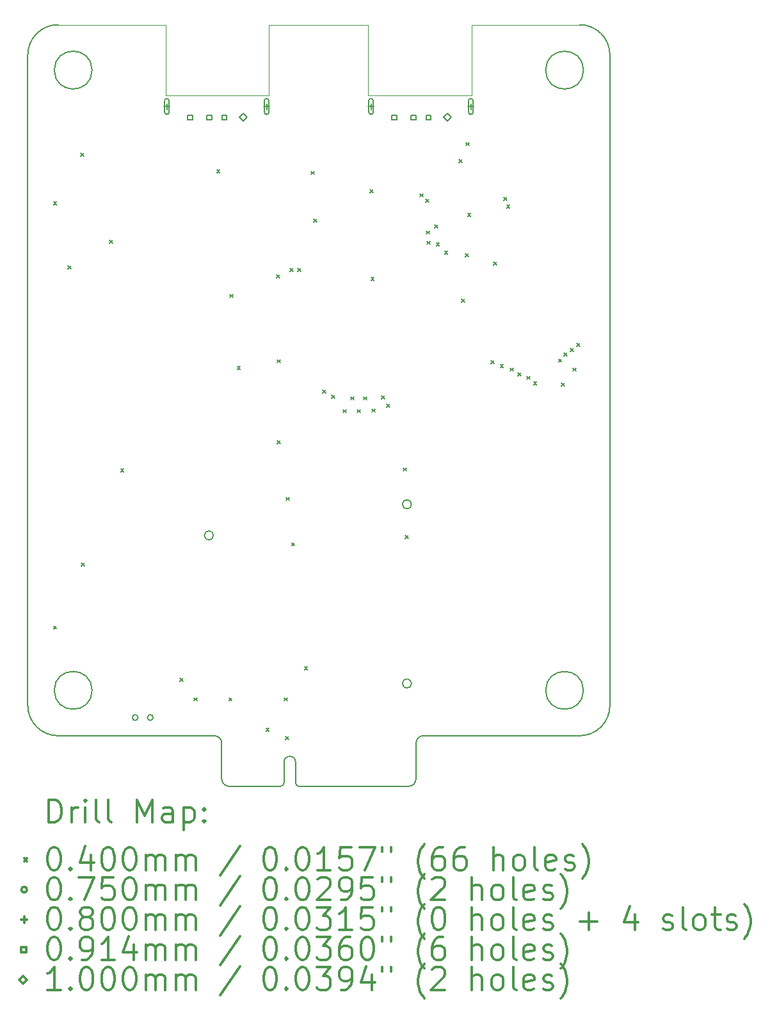
<source format=gbr>
%FSLAX45Y45*%
G04 Gerber Fmt 4.5, Leading zero omitted, Abs format (unit mm)*
G04 Created by KiCad (PCBNEW (5.1.10-1-10_14)) date 2021-12-01 22:19:56*
%MOMM*%
%LPD*%
G01*
G04 APERTURE LIST*
%TA.AperFunction,Profile*%
%ADD10C,0.050000*%
%TD*%
%TA.AperFunction,Profile*%
%ADD11C,0.150000*%
%TD*%
%TA.AperFunction,Profile*%
%ADD12C,0.200000*%
%TD*%
%ADD13C,0.200000*%
%ADD14C,0.300000*%
G04 APERTURE END LIST*
D10*
X7725410Y-5113020D02*
X7760970Y-5113020D01*
X7725410Y-5111750D02*
X7725410Y-5113020D01*
X7725410Y-5109210D02*
X7725410Y-5111750D01*
X7725410Y-4709160D02*
X7725410Y-5109210D01*
X7724140Y-4443730D02*
X7725410Y-4709160D01*
X7724140Y-4262120D02*
X7724140Y-4443730D01*
X7724140Y-4182110D02*
X7724140Y-4262120D01*
X7688580Y-4182110D02*
X7724140Y-4182110D01*
X7510000Y-4182000D02*
X7688580Y-4182110D01*
X11770360Y-5113020D02*
X11760200Y-5113020D01*
X11770360Y-4657090D02*
X11770360Y-5113020D01*
X11770360Y-4342130D02*
X11770360Y-4657090D01*
X11771630Y-4182110D02*
X11770360Y-4342130D01*
X11807190Y-4182110D02*
X11771630Y-4182110D01*
X10396220Y-5113020D02*
X10414000Y-5113020D01*
X10396220Y-4220210D02*
X10396220Y-5113020D01*
X10396220Y-4182110D02*
X10396220Y-4220210D01*
X10414000Y-5113020D02*
X10462260Y-5113020D01*
X11760200Y-5113020D02*
X11746230Y-5113020D01*
X7760970Y-5113020D02*
X9090660Y-5113020D01*
X9090660Y-5113020D02*
X9090660Y-5020310D01*
X9090660Y-4682490D02*
X9090660Y-5020310D01*
X9090660Y-4257040D02*
X9090660Y-4682490D01*
X9090660Y-4182110D02*
X9090660Y-4257040D01*
X9272760Y-4182000D02*
X9090660Y-4182110D01*
X10462260Y-5113020D02*
X11746230Y-5113020D01*
X10214000Y-4182000D02*
X10396220Y-4182110D01*
X11976760Y-4182000D02*
X11807190Y-4182110D01*
X7510000Y-4182000D02*
X6299690Y-4180362D01*
X11976760Y-4182000D02*
X13199690Y-4180362D01*
X10214000Y-4182000D02*
X9272760Y-4182000D01*
D11*
X8355584Y-10932612D02*
G75*
G03*
X8355584Y-10932612I-60000J0D01*
G01*
X10975340Y-12890444D02*
G75*
G03*
X10975340Y-12890444I-60000J0D01*
G01*
X10974832Y-10520624D02*
G75*
G03*
X10974832Y-10520624I-60000J0D01*
G01*
D12*
X6749690Y-12980362D02*
G75*
G03*
X6749690Y-12980362I-250000J0D01*
G01*
X13249690Y-12980362D02*
G75*
G03*
X13249690Y-12980362I-250000J0D01*
G01*
X9289690Y-14200362D02*
G75*
G02*
X9239690Y-14250362I-50000J0D01*
G01*
X5899690Y-4580362D02*
G75*
G02*
X6299690Y-4180362I400000J0D01*
G01*
X9489690Y-14250362D02*
G75*
G02*
X9439690Y-14200362I0J50000D01*
G01*
X6299690Y-13580362D02*
G75*
G02*
X5899690Y-13180362I0J400000D01*
G01*
X6299690Y-13580362D02*
X8364690Y-13580362D01*
X8564690Y-14250362D02*
G75*
G02*
X8464690Y-14150362I0J100000D01*
G01*
X8464690Y-13680362D02*
X8464690Y-14150362D01*
X11034690Y-14150362D02*
G75*
G02*
X10934690Y-14250362I-100000J0D01*
G01*
X13599690Y-13180362D02*
X13599690Y-4580362D01*
X11034690Y-14150362D02*
X11034690Y-13680362D01*
X9289690Y-14200362D02*
X9289690Y-13925362D01*
X5899690Y-4580362D02*
X5899690Y-13180362D01*
X8364690Y-13580362D02*
G75*
G02*
X8464690Y-13680362I0J-100000D01*
G01*
X9439690Y-14200362D02*
X9439690Y-13925362D01*
X13599690Y-13180362D02*
G75*
G02*
X13199690Y-13580362I-400000J0D01*
G01*
X9289690Y-13925362D02*
G75*
G02*
X9439690Y-13925362I75000J0D01*
G01*
X11034690Y-13680362D02*
G75*
G02*
X11134690Y-13580362I100000J0D01*
G01*
X13249690Y-4780362D02*
G75*
G03*
X13249690Y-4780362I-250000J0D01*
G01*
X11134690Y-13580362D02*
X13199690Y-13580362D01*
X13199690Y-4180362D02*
G75*
G02*
X13599690Y-4580362I0J-400000D01*
G01*
X9489690Y-14250362D02*
X10934690Y-14250362D01*
X8564690Y-14250362D02*
X9239690Y-14250362D01*
X6749690Y-4780362D02*
G75*
G03*
X6749690Y-4780362I-250000J0D01*
G01*
D13*
X6240000Y-6520000D02*
X6280000Y-6560000D01*
X6280000Y-6520000D02*
X6240000Y-6560000D01*
X6240000Y-12130000D02*
X6280000Y-12170000D01*
X6280000Y-12130000D02*
X6240000Y-12170000D01*
X6430000Y-7370000D02*
X6470000Y-7410000D01*
X6470000Y-7370000D02*
X6430000Y-7410000D01*
X6600000Y-5880000D02*
X6640000Y-5920000D01*
X6640000Y-5880000D02*
X6600000Y-5920000D01*
X6610000Y-11300000D02*
X6650000Y-11340000D01*
X6650000Y-11300000D02*
X6610000Y-11340000D01*
X6980000Y-7030000D02*
X7020000Y-7070000D01*
X7020000Y-7030000D02*
X6980000Y-7070000D01*
X7130000Y-10050000D02*
X7170000Y-10090000D01*
X7170000Y-10050000D02*
X7130000Y-10090000D01*
X7910000Y-12820000D02*
X7950000Y-12860000D01*
X7950000Y-12820000D02*
X7910000Y-12860000D01*
X8100000Y-13080000D02*
X8140000Y-13120000D01*
X8140000Y-13080000D02*
X8100000Y-13120000D01*
X8400000Y-6100000D02*
X8440000Y-6140000D01*
X8440000Y-6100000D02*
X8400000Y-6140000D01*
X8560000Y-13080000D02*
X8600000Y-13120000D01*
X8600000Y-13080000D02*
X8560000Y-13120000D01*
X8575000Y-7745000D02*
X8615000Y-7785000D01*
X8615000Y-7745000D02*
X8575000Y-7785000D01*
X8670000Y-8700000D02*
X8710000Y-8740000D01*
X8710000Y-8700000D02*
X8670000Y-8740000D01*
X9050000Y-13480000D02*
X9090000Y-13520000D01*
X9090000Y-13480000D02*
X9050000Y-13520000D01*
X9190000Y-7490000D02*
X9230000Y-7530000D01*
X9230000Y-7490000D02*
X9190000Y-7530000D01*
X9200000Y-8610000D02*
X9240000Y-8650000D01*
X9240000Y-8610000D02*
X9200000Y-8650000D01*
X9200000Y-9680000D02*
X9240000Y-9720000D01*
X9240000Y-9680000D02*
X9200000Y-9720000D01*
X9290000Y-13080000D02*
X9330000Y-13120000D01*
X9330000Y-13080000D02*
X9290000Y-13120000D01*
X9310000Y-13590000D02*
X9350000Y-13630000D01*
X9350000Y-13590000D02*
X9310000Y-13630000D01*
X9320000Y-10430000D02*
X9360000Y-10470000D01*
X9360000Y-10430000D02*
X9320000Y-10470000D01*
X9367500Y-7400000D02*
X9407500Y-7440000D01*
X9407500Y-7400000D02*
X9367500Y-7440000D01*
X9390000Y-11030000D02*
X9430000Y-11070000D01*
X9430000Y-11030000D02*
X9390000Y-11070000D01*
X9472500Y-7400000D02*
X9512500Y-7440000D01*
X9512500Y-7400000D02*
X9472500Y-7440000D01*
X9560000Y-12670000D02*
X9600000Y-12710000D01*
X9600000Y-12670000D02*
X9560000Y-12710000D01*
X9650000Y-6120000D02*
X9690000Y-6160000D01*
X9690000Y-6120000D02*
X9650000Y-6160000D01*
X9680000Y-6750000D02*
X9720000Y-6790000D01*
X9720000Y-6750000D02*
X9680000Y-6790000D01*
X9800000Y-9010000D02*
X9840000Y-9050000D01*
X9840000Y-9010000D02*
X9800000Y-9050000D01*
X9920000Y-9080000D02*
X9960000Y-9120000D01*
X9960000Y-9080000D02*
X9920000Y-9120000D01*
X10070000Y-9270000D02*
X10110000Y-9310000D01*
X10110000Y-9270000D02*
X10070000Y-9310000D01*
X10170000Y-9100000D02*
X10210000Y-9140000D01*
X10210000Y-9100000D02*
X10170000Y-9140000D01*
X10260000Y-9270000D02*
X10300000Y-9310000D01*
X10300000Y-9270000D02*
X10260000Y-9310000D01*
X10340000Y-9100000D02*
X10380000Y-9140000D01*
X10380000Y-9100000D02*
X10340000Y-9140000D01*
X10429285Y-6359285D02*
X10469285Y-6399285D01*
X10469285Y-6359285D02*
X10429285Y-6399285D01*
X10440000Y-7520000D02*
X10480000Y-7560000D01*
X10480000Y-7520000D02*
X10440000Y-7560000D01*
X10450000Y-9260000D02*
X10490000Y-9300000D01*
X10490000Y-9260000D02*
X10450000Y-9300000D01*
X10580000Y-9090000D02*
X10620000Y-9130000D01*
X10620000Y-9090000D02*
X10580000Y-9130000D01*
X10650000Y-9200000D02*
X10690000Y-9240000D01*
X10690000Y-9200000D02*
X10650000Y-9240000D01*
X10870000Y-10040000D02*
X10910000Y-10080000D01*
X10910000Y-10040000D02*
X10870000Y-10080000D01*
X10890000Y-10930000D02*
X10930000Y-10970000D01*
X10930000Y-10930000D02*
X10890000Y-10970000D01*
X11086877Y-6414877D02*
X11126877Y-6454877D01*
X11126877Y-6414877D02*
X11086877Y-6454877D01*
X11161123Y-6489123D02*
X11201123Y-6529123D01*
X11201123Y-6489123D02*
X11161123Y-6529123D01*
X11172000Y-6908000D02*
X11212000Y-6948000D01*
X11212000Y-6908000D02*
X11172000Y-6948000D01*
X11183000Y-7042000D02*
X11223000Y-7082000D01*
X11223000Y-7042000D02*
X11183000Y-7082000D01*
X11280000Y-6827750D02*
X11320000Y-6867750D01*
X11320000Y-6827750D02*
X11280000Y-6867750D01*
X11303000Y-7063000D02*
X11343000Y-7103000D01*
X11343000Y-7063000D02*
X11303000Y-7103000D01*
X11413000Y-7175000D02*
X11453000Y-7215000D01*
X11453000Y-7175000D02*
X11413000Y-7215000D01*
X11602000Y-5960000D02*
X11642000Y-6000000D01*
X11642000Y-5960000D02*
X11602000Y-6000000D01*
X11639000Y-7806000D02*
X11679000Y-7846000D01*
X11679000Y-7806000D02*
X11639000Y-7846000D01*
X11687000Y-7209000D02*
X11727000Y-7249000D01*
X11727000Y-7209000D02*
X11687000Y-7249000D01*
X11700000Y-5739000D02*
X11740000Y-5779000D01*
X11740000Y-5739000D02*
X11700000Y-5779000D01*
X11718000Y-6675000D02*
X11758000Y-6715000D01*
X11758000Y-6675000D02*
X11718000Y-6715000D01*
X12030000Y-8620000D02*
X12070000Y-8660000D01*
X12070000Y-8620000D02*
X12030000Y-8660000D01*
X12064000Y-7320000D02*
X12104000Y-7360000D01*
X12104000Y-7320000D02*
X12064000Y-7360000D01*
X12150000Y-8670000D02*
X12190000Y-8710000D01*
X12190000Y-8670000D02*
X12150000Y-8710000D01*
X12199000Y-6464750D02*
X12239000Y-6504750D01*
X12239000Y-6464750D02*
X12199000Y-6504750D01*
X12234000Y-6562000D02*
X12274000Y-6602000D01*
X12274000Y-6562000D02*
X12234000Y-6602000D01*
X12280000Y-8720000D02*
X12320000Y-8760000D01*
X12320000Y-8720000D02*
X12280000Y-8760000D01*
X12380000Y-8780000D02*
X12420000Y-8820000D01*
X12420000Y-8780000D02*
X12380000Y-8820000D01*
X12500000Y-8830000D02*
X12540000Y-8870000D01*
X12540000Y-8830000D02*
X12500000Y-8870000D01*
X12590000Y-8900000D02*
X12630000Y-8940000D01*
X12630000Y-8900000D02*
X12590000Y-8940000D01*
X12920000Y-8600000D02*
X12960000Y-8640000D01*
X12960000Y-8600000D02*
X12920000Y-8640000D01*
X12960000Y-8920000D02*
X13000000Y-8960000D01*
X13000000Y-8920000D02*
X12960000Y-8960000D01*
X12990000Y-8520000D02*
X13030000Y-8560000D01*
X13030000Y-8520000D02*
X12990000Y-8560000D01*
X13080000Y-8460000D02*
X13120000Y-8500000D01*
X13120000Y-8460000D02*
X13080000Y-8500000D01*
X13110000Y-8720000D02*
X13150000Y-8760000D01*
X13150000Y-8720000D02*
X13110000Y-8760000D01*
X13160000Y-8390000D02*
X13200000Y-8430000D01*
X13200000Y-8390000D02*
X13160000Y-8430000D01*
X7357500Y-13340000D02*
G75*
G03*
X7357500Y-13340000I-37500J0D01*
G01*
X7557500Y-13340000D02*
G75*
G03*
X7557500Y-13340000I-37500J0D01*
G01*
X7739100Y-5221500D02*
X7739100Y-5301500D01*
X7699100Y-5261500D02*
X7779100Y-5261500D01*
X7769100Y-5336500D02*
X7769100Y-5186500D01*
X7709100Y-5336500D02*
X7709100Y-5186500D01*
X7769100Y-5186500D02*
G75*
G03*
X7709100Y-5186500I-30000J0D01*
G01*
X7709100Y-5336500D02*
G75*
G03*
X7769100Y-5336500I30000J0D01*
G01*
X9058900Y-5221500D02*
X9058900Y-5301500D01*
X9018900Y-5261500D02*
X9098900Y-5261500D01*
X9028900Y-5186500D02*
X9028900Y-5336500D01*
X9088900Y-5186500D02*
X9088900Y-5336500D01*
X9028900Y-5336500D02*
G75*
G03*
X9088900Y-5336500I30000J0D01*
G01*
X9088900Y-5186500D02*
G75*
G03*
X9028900Y-5186500I-30000J0D01*
G01*
X10439900Y-5221500D02*
X10439900Y-5301500D01*
X10399900Y-5261500D02*
X10479900Y-5261500D01*
X10469900Y-5336500D02*
X10469900Y-5186500D01*
X10409900Y-5336500D02*
X10409900Y-5186500D01*
X10469900Y-5186500D02*
G75*
G03*
X10409900Y-5186500I-30000J0D01*
G01*
X10409900Y-5336500D02*
G75*
G03*
X10469900Y-5336500I30000J0D01*
G01*
X11759700Y-5221500D02*
X11759700Y-5301500D01*
X11719700Y-5261500D02*
X11799700Y-5261500D01*
X11729700Y-5186500D02*
X11729700Y-5336500D01*
X11789700Y-5186500D02*
X11789700Y-5336500D01*
X11729700Y-5336500D02*
G75*
G03*
X11789700Y-5336500I30000J0D01*
G01*
X11789700Y-5186500D02*
G75*
G03*
X11729700Y-5186500I-30000J0D01*
G01*
X8081315Y-5438815D02*
X8081315Y-5374185D01*
X8016685Y-5374185D01*
X8016685Y-5438815D01*
X8081315Y-5438815D01*
X8331215Y-5438815D02*
X8331215Y-5374185D01*
X8266585Y-5374185D01*
X8266585Y-5438815D01*
X8331215Y-5438815D01*
X8531415Y-5438815D02*
X8531415Y-5374185D01*
X8466785Y-5374185D01*
X8466785Y-5438815D01*
X8531415Y-5438815D01*
X10782115Y-5438815D02*
X10782115Y-5374185D01*
X10717485Y-5374185D01*
X10717485Y-5438815D01*
X10782115Y-5438815D01*
X11032015Y-5438815D02*
X11032015Y-5374185D01*
X10967385Y-5374185D01*
X10967385Y-5438815D01*
X11032015Y-5438815D01*
X11232215Y-5438815D02*
X11232215Y-5374185D01*
X11167585Y-5374185D01*
X11167585Y-5438815D01*
X11232215Y-5438815D01*
X8749000Y-5456500D02*
X8799000Y-5406500D01*
X8749000Y-5356500D01*
X8699000Y-5406500D01*
X8749000Y-5456500D01*
X11449800Y-5456500D02*
X11499800Y-5406500D01*
X11449800Y-5356500D01*
X11399800Y-5406500D01*
X11449800Y-5456500D01*
D14*
X6176118Y-14726076D02*
X6176118Y-14426076D01*
X6247547Y-14426076D01*
X6290404Y-14440362D01*
X6318976Y-14468933D01*
X6333261Y-14497505D01*
X6347547Y-14554647D01*
X6347547Y-14597505D01*
X6333261Y-14654647D01*
X6318976Y-14683219D01*
X6290404Y-14711790D01*
X6247547Y-14726076D01*
X6176118Y-14726076D01*
X6476118Y-14726076D02*
X6476118Y-14526076D01*
X6476118Y-14583219D02*
X6490404Y-14554647D01*
X6504690Y-14540362D01*
X6533261Y-14526076D01*
X6561833Y-14526076D01*
X6661833Y-14726076D02*
X6661833Y-14526076D01*
X6661833Y-14426076D02*
X6647547Y-14440362D01*
X6661833Y-14454647D01*
X6676118Y-14440362D01*
X6661833Y-14426076D01*
X6661833Y-14454647D01*
X6847547Y-14726076D02*
X6818976Y-14711790D01*
X6804690Y-14683219D01*
X6804690Y-14426076D01*
X7004690Y-14726076D02*
X6976118Y-14711790D01*
X6961833Y-14683219D01*
X6961833Y-14426076D01*
X7347547Y-14726076D02*
X7347547Y-14426076D01*
X7447547Y-14640362D01*
X7547547Y-14426076D01*
X7547547Y-14726076D01*
X7818976Y-14726076D02*
X7818976Y-14568933D01*
X7804690Y-14540362D01*
X7776118Y-14526076D01*
X7718976Y-14526076D01*
X7690404Y-14540362D01*
X7818976Y-14711790D02*
X7790404Y-14726076D01*
X7718976Y-14726076D01*
X7690404Y-14711790D01*
X7676118Y-14683219D01*
X7676118Y-14654647D01*
X7690404Y-14626076D01*
X7718976Y-14611790D01*
X7790404Y-14611790D01*
X7818976Y-14597505D01*
X7961833Y-14526076D02*
X7961833Y-14826076D01*
X7961833Y-14540362D02*
X7990404Y-14526076D01*
X8047547Y-14526076D01*
X8076118Y-14540362D01*
X8090404Y-14554647D01*
X8104690Y-14583219D01*
X8104690Y-14668933D01*
X8090404Y-14697505D01*
X8076118Y-14711790D01*
X8047547Y-14726076D01*
X7990404Y-14726076D01*
X7961833Y-14711790D01*
X8233261Y-14697505D02*
X8247547Y-14711790D01*
X8233261Y-14726076D01*
X8218976Y-14711790D01*
X8233261Y-14697505D01*
X8233261Y-14726076D01*
X8233261Y-14540362D02*
X8247547Y-14554647D01*
X8233261Y-14568933D01*
X8218976Y-14554647D01*
X8233261Y-14540362D01*
X8233261Y-14568933D01*
X5849690Y-15200362D02*
X5889690Y-15240362D01*
X5889690Y-15200362D02*
X5849690Y-15240362D01*
X6233261Y-15056076D02*
X6261833Y-15056076D01*
X6290404Y-15070362D01*
X6304690Y-15084647D01*
X6318976Y-15113219D01*
X6333261Y-15170362D01*
X6333261Y-15241790D01*
X6318976Y-15298933D01*
X6304690Y-15327505D01*
X6290404Y-15341790D01*
X6261833Y-15356076D01*
X6233261Y-15356076D01*
X6204690Y-15341790D01*
X6190404Y-15327505D01*
X6176118Y-15298933D01*
X6161833Y-15241790D01*
X6161833Y-15170362D01*
X6176118Y-15113219D01*
X6190404Y-15084647D01*
X6204690Y-15070362D01*
X6233261Y-15056076D01*
X6461833Y-15327505D02*
X6476118Y-15341790D01*
X6461833Y-15356076D01*
X6447547Y-15341790D01*
X6461833Y-15327505D01*
X6461833Y-15356076D01*
X6733261Y-15156076D02*
X6733261Y-15356076D01*
X6661833Y-15041790D02*
X6590404Y-15256076D01*
X6776118Y-15256076D01*
X6947547Y-15056076D02*
X6976118Y-15056076D01*
X7004690Y-15070362D01*
X7018976Y-15084647D01*
X7033261Y-15113219D01*
X7047547Y-15170362D01*
X7047547Y-15241790D01*
X7033261Y-15298933D01*
X7018976Y-15327505D01*
X7004690Y-15341790D01*
X6976118Y-15356076D01*
X6947547Y-15356076D01*
X6918976Y-15341790D01*
X6904690Y-15327505D01*
X6890404Y-15298933D01*
X6876118Y-15241790D01*
X6876118Y-15170362D01*
X6890404Y-15113219D01*
X6904690Y-15084647D01*
X6918976Y-15070362D01*
X6947547Y-15056076D01*
X7233261Y-15056076D02*
X7261833Y-15056076D01*
X7290404Y-15070362D01*
X7304690Y-15084647D01*
X7318976Y-15113219D01*
X7333261Y-15170362D01*
X7333261Y-15241790D01*
X7318976Y-15298933D01*
X7304690Y-15327505D01*
X7290404Y-15341790D01*
X7261833Y-15356076D01*
X7233261Y-15356076D01*
X7204690Y-15341790D01*
X7190404Y-15327505D01*
X7176118Y-15298933D01*
X7161833Y-15241790D01*
X7161833Y-15170362D01*
X7176118Y-15113219D01*
X7190404Y-15084647D01*
X7204690Y-15070362D01*
X7233261Y-15056076D01*
X7461833Y-15356076D02*
X7461833Y-15156076D01*
X7461833Y-15184647D02*
X7476118Y-15170362D01*
X7504690Y-15156076D01*
X7547547Y-15156076D01*
X7576118Y-15170362D01*
X7590404Y-15198933D01*
X7590404Y-15356076D01*
X7590404Y-15198933D02*
X7604690Y-15170362D01*
X7633261Y-15156076D01*
X7676118Y-15156076D01*
X7704690Y-15170362D01*
X7718976Y-15198933D01*
X7718976Y-15356076D01*
X7861833Y-15356076D02*
X7861833Y-15156076D01*
X7861833Y-15184647D02*
X7876118Y-15170362D01*
X7904690Y-15156076D01*
X7947547Y-15156076D01*
X7976118Y-15170362D01*
X7990404Y-15198933D01*
X7990404Y-15356076D01*
X7990404Y-15198933D02*
X8004690Y-15170362D01*
X8033261Y-15156076D01*
X8076118Y-15156076D01*
X8104690Y-15170362D01*
X8118976Y-15198933D01*
X8118976Y-15356076D01*
X8704690Y-15041790D02*
X8447547Y-15427505D01*
X9090404Y-15056076D02*
X9118976Y-15056076D01*
X9147547Y-15070362D01*
X9161833Y-15084647D01*
X9176118Y-15113219D01*
X9190404Y-15170362D01*
X9190404Y-15241790D01*
X9176118Y-15298933D01*
X9161833Y-15327505D01*
X9147547Y-15341790D01*
X9118976Y-15356076D01*
X9090404Y-15356076D01*
X9061833Y-15341790D01*
X9047547Y-15327505D01*
X9033261Y-15298933D01*
X9018976Y-15241790D01*
X9018976Y-15170362D01*
X9033261Y-15113219D01*
X9047547Y-15084647D01*
X9061833Y-15070362D01*
X9090404Y-15056076D01*
X9318976Y-15327505D02*
X9333261Y-15341790D01*
X9318976Y-15356076D01*
X9304690Y-15341790D01*
X9318976Y-15327505D01*
X9318976Y-15356076D01*
X9518976Y-15056076D02*
X9547547Y-15056076D01*
X9576118Y-15070362D01*
X9590404Y-15084647D01*
X9604690Y-15113219D01*
X9618976Y-15170362D01*
X9618976Y-15241790D01*
X9604690Y-15298933D01*
X9590404Y-15327505D01*
X9576118Y-15341790D01*
X9547547Y-15356076D01*
X9518976Y-15356076D01*
X9490404Y-15341790D01*
X9476118Y-15327505D01*
X9461833Y-15298933D01*
X9447547Y-15241790D01*
X9447547Y-15170362D01*
X9461833Y-15113219D01*
X9476118Y-15084647D01*
X9490404Y-15070362D01*
X9518976Y-15056076D01*
X9904690Y-15356076D02*
X9733261Y-15356076D01*
X9818976Y-15356076D02*
X9818976Y-15056076D01*
X9790404Y-15098933D01*
X9761833Y-15127505D01*
X9733261Y-15141790D01*
X10176118Y-15056076D02*
X10033261Y-15056076D01*
X10018976Y-15198933D01*
X10033261Y-15184647D01*
X10061833Y-15170362D01*
X10133261Y-15170362D01*
X10161833Y-15184647D01*
X10176118Y-15198933D01*
X10190404Y-15227505D01*
X10190404Y-15298933D01*
X10176118Y-15327505D01*
X10161833Y-15341790D01*
X10133261Y-15356076D01*
X10061833Y-15356076D01*
X10033261Y-15341790D01*
X10018976Y-15327505D01*
X10290404Y-15056076D02*
X10490404Y-15056076D01*
X10361833Y-15356076D01*
X10590404Y-15056076D02*
X10590404Y-15113219D01*
X10704690Y-15056076D02*
X10704690Y-15113219D01*
X11147547Y-15470362D02*
X11133261Y-15456076D01*
X11104690Y-15413219D01*
X11090404Y-15384647D01*
X11076118Y-15341790D01*
X11061833Y-15270362D01*
X11061833Y-15213219D01*
X11076118Y-15141790D01*
X11090404Y-15098933D01*
X11104690Y-15070362D01*
X11133261Y-15027505D01*
X11147547Y-15013219D01*
X11390404Y-15056076D02*
X11333261Y-15056076D01*
X11304690Y-15070362D01*
X11290404Y-15084647D01*
X11261833Y-15127505D01*
X11247547Y-15184647D01*
X11247547Y-15298933D01*
X11261833Y-15327505D01*
X11276118Y-15341790D01*
X11304690Y-15356076D01*
X11361833Y-15356076D01*
X11390404Y-15341790D01*
X11404690Y-15327505D01*
X11418976Y-15298933D01*
X11418976Y-15227505D01*
X11404690Y-15198933D01*
X11390404Y-15184647D01*
X11361833Y-15170362D01*
X11304690Y-15170362D01*
X11276118Y-15184647D01*
X11261833Y-15198933D01*
X11247547Y-15227505D01*
X11676118Y-15056076D02*
X11618976Y-15056076D01*
X11590404Y-15070362D01*
X11576118Y-15084647D01*
X11547547Y-15127505D01*
X11533261Y-15184647D01*
X11533261Y-15298933D01*
X11547547Y-15327505D01*
X11561833Y-15341790D01*
X11590404Y-15356076D01*
X11647547Y-15356076D01*
X11676118Y-15341790D01*
X11690404Y-15327505D01*
X11704690Y-15298933D01*
X11704690Y-15227505D01*
X11690404Y-15198933D01*
X11676118Y-15184647D01*
X11647547Y-15170362D01*
X11590404Y-15170362D01*
X11561833Y-15184647D01*
X11547547Y-15198933D01*
X11533261Y-15227505D01*
X12061833Y-15356076D02*
X12061833Y-15056076D01*
X12190404Y-15356076D02*
X12190404Y-15198933D01*
X12176118Y-15170362D01*
X12147547Y-15156076D01*
X12104690Y-15156076D01*
X12076118Y-15170362D01*
X12061833Y-15184647D01*
X12376118Y-15356076D02*
X12347547Y-15341790D01*
X12333261Y-15327505D01*
X12318976Y-15298933D01*
X12318976Y-15213219D01*
X12333261Y-15184647D01*
X12347547Y-15170362D01*
X12376118Y-15156076D01*
X12418976Y-15156076D01*
X12447547Y-15170362D01*
X12461833Y-15184647D01*
X12476118Y-15213219D01*
X12476118Y-15298933D01*
X12461833Y-15327505D01*
X12447547Y-15341790D01*
X12418976Y-15356076D01*
X12376118Y-15356076D01*
X12647547Y-15356076D02*
X12618976Y-15341790D01*
X12604690Y-15313219D01*
X12604690Y-15056076D01*
X12876118Y-15341790D02*
X12847547Y-15356076D01*
X12790404Y-15356076D01*
X12761833Y-15341790D01*
X12747547Y-15313219D01*
X12747547Y-15198933D01*
X12761833Y-15170362D01*
X12790404Y-15156076D01*
X12847547Y-15156076D01*
X12876118Y-15170362D01*
X12890404Y-15198933D01*
X12890404Y-15227505D01*
X12747547Y-15256076D01*
X13004690Y-15341790D02*
X13033261Y-15356076D01*
X13090404Y-15356076D01*
X13118976Y-15341790D01*
X13133261Y-15313219D01*
X13133261Y-15298933D01*
X13118976Y-15270362D01*
X13090404Y-15256076D01*
X13047547Y-15256076D01*
X13018976Y-15241790D01*
X13004690Y-15213219D01*
X13004690Y-15198933D01*
X13018976Y-15170362D01*
X13047547Y-15156076D01*
X13090404Y-15156076D01*
X13118976Y-15170362D01*
X13233261Y-15470362D02*
X13247547Y-15456076D01*
X13276118Y-15413219D01*
X13290404Y-15384647D01*
X13304690Y-15341790D01*
X13318976Y-15270362D01*
X13318976Y-15213219D01*
X13304690Y-15141790D01*
X13290404Y-15098933D01*
X13276118Y-15070362D01*
X13247547Y-15027505D01*
X13233261Y-15013219D01*
X5889690Y-15616362D02*
G75*
G03*
X5889690Y-15616362I-37500J0D01*
G01*
X6233261Y-15452076D02*
X6261833Y-15452076D01*
X6290404Y-15466362D01*
X6304690Y-15480647D01*
X6318976Y-15509219D01*
X6333261Y-15566362D01*
X6333261Y-15637790D01*
X6318976Y-15694933D01*
X6304690Y-15723505D01*
X6290404Y-15737790D01*
X6261833Y-15752076D01*
X6233261Y-15752076D01*
X6204690Y-15737790D01*
X6190404Y-15723505D01*
X6176118Y-15694933D01*
X6161833Y-15637790D01*
X6161833Y-15566362D01*
X6176118Y-15509219D01*
X6190404Y-15480647D01*
X6204690Y-15466362D01*
X6233261Y-15452076D01*
X6461833Y-15723505D02*
X6476118Y-15737790D01*
X6461833Y-15752076D01*
X6447547Y-15737790D01*
X6461833Y-15723505D01*
X6461833Y-15752076D01*
X6576118Y-15452076D02*
X6776118Y-15452076D01*
X6647547Y-15752076D01*
X7033261Y-15452076D02*
X6890404Y-15452076D01*
X6876118Y-15594933D01*
X6890404Y-15580647D01*
X6918976Y-15566362D01*
X6990404Y-15566362D01*
X7018976Y-15580647D01*
X7033261Y-15594933D01*
X7047547Y-15623505D01*
X7047547Y-15694933D01*
X7033261Y-15723505D01*
X7018976Y-15737790D01*
X6990404Y-15752076D01*
X6918976Y-15752076D01*
X6890404Y-15737790D01*
X6876118Y-15723505D01*
X7233261Y-15452076D02*
X7261833Y-15452076D01*
X7290404Y-15466362D01*
X7304690Y-15480647D01*
X7318976Y-15509219D01*
X7333261Y-15566362D01*
X7333261Y-15637790D01*
X7318976Y-15694933D01*
X7304690Y-15723505D01*
X7290404Y-15737790D01*
X7261833Y-15752076D01*
X7233261Y-15752076D01*
X7204690Y-15737790D01*
X7190404Y-15723505D01*
X7176118Y-15694933D01*
X7161833Y-15637790D01*
X7161833Y-15566362D01*
X7176118Y-15509219D01*
X7190404Y-15480647D01*
X7204690Y-15466362D01*
X7233261Y-15452076D01*
X7461833Y-15752076D02*
X7461833Y-15552076D01*
X7461833Y-15580647D02*
X7476118Y-15566362D01*
X7504690Y-15552076D01*
X7547547Y-15552076D01*
X7576118Y-15566362D01*
X7590404Y-15594933D01*
X7590404Y-15752076D01*
X7590404Y-15594933D02*
X7604690Y-15566362D01*
X7633261Y-15552076D01*
X7676118Y-15552076D01*
X7704690Y-15566362D01*
X7718976Y-15594933D01*
X7718976Y-15752076D01*
X7861833Y-15752076D02*
X7861833Y-15552076D01*
X7861833Y-15580647D02*
X7876118Y-15566362D01*
X7904690Y-15552076D01*
X7947547Y-15552076D01*
X7976118Y-15566362D01*
X7990404Y-15594933D01*
X7990404Y-15752076D01*
X7990404Y-15594933D02*
X8004690Y-15566362D01*
X8033261Y-15552076D01*
X8076118Y-15552076D01*
X8104690Y-15566362D01*
X8118976Y-15594933D01*
X8118976Y-15752076D01*
X8704690Y-15437790D02*
X8447547Y-15823505D01*
X9090404Y-15452076D02*
X9118976Y-15452076D01*
X9147547Y-15466362D01*
X9161833Y-15480647D01*
X9176118Y-15509219D01*
X9190404Y-15566362D01*
X9190404Y-15637790D01*
X9176118Y-15694933D01*
X9161833Y-15723505D01*
X9147547Y-15737790D01*
X9118976Y-15752076D01*
X9090404Y-15752076D01*
X9061833Y-15737790D01*
X9047547Y-15723505D01*
X9033261Y-15694933D01*
X9018976Y-15637790D01*
X9018976Y-15566362D01*
X9033261Y-15509219D01*
X9047547Y-15480647D01*
X9061833Y-15466362D01*
X9090404Y-15452076D01*
X9318976Y-15723505D02*
X9333261Y-15737790D01*
X9318976Y-15752076D01*
X9304690Y-15737790D01*
X9318976Y-15723505D01*
X9318976Y-15752076D01*
X9518976Y-15452076D02*
X9547547Y-15452076D01*
X9576118Y-15466362D01*
X9590404Y-15480647D01*
X9604690Y-15509219D01*
X9618976Y-15566362D01*
X9618976Y-15637790D01*
X9604690Y-15694933D01*
X9590404Y-15723505D01*
X9576118Y-15737790D01*
X9547547Y-15752076D01*
X9518976Y-15752076D01*
X9490404Y-15737790D01*
X9476118Y-15723505D01*
X9461833Y-15694933D01*
X9447547Y-15637790D01*
X9447547Y-15566362D01*
X9461833Y-15509219D01*
X9476118Y-15480647D01*
X9490404Y-15466362D01*
X9518976Y-15452076D01*
X9733261Y-15480647D02*
X9747547Y-15466362D01*
X9776118Y-15452076D01*
X9847547Y-15452076D01*
X9876118Y-15466362D01*
X9890404Y-15480647D01*
X9904690Y-15509219D01*
X9904690Y-15537790D01*
X9890404Y-15580647D01*
X9718976Y-15752076D01*
X9904690Y-15752076D01*
X10047547Y-15752076D02*
X10104690Y-15752076D01*
X10133261Y-15737790D01*
X10147547Y-15723505D01*
X10176118Y-15680647D01*
X10190404Y-15623505D01*
X10190404Y-15509219D01*
X10176118Y-15480647D01*
X10161833Y-15466362D01*
X10133261Y-15452076D01*
X10076118Y-15452076D01*
X10047547Y-15466362D01*
X10033261Y-15480647D01*
X10018976Y-15509219D01*
X10018976Y-15580647D01*
X10033261Y-15609219D01*
X10047547Y-15623505D01*
X10076118Y-15637790D01*
X10133261Y-15637790D01*
X10161833Y-15623505D01*
X10176118Y-15609219D01*
X10190404Y-15580647D01*
X10461833Y-15452076D02*
X10318976Y-15452076D01*
X10304690Y-15594933D01*
X10318976Y-15580647D01*
X10347547Y-15566362D01*
X10418976Y-15566362D01*
X10447547Y-15580647D01*
X10461833Y-15594933D01*
X10476118Y-15623505D01*
X10476118Y-15694933D01*
X10461833Y-15723505D01*
X10447547Y-15737790D01*
X10418976Y-15752076D01*
X10347547Y-15752076D01*
X10318976Y-15737790D01*
X10304690Y-15723505D01*
X10590404Y-15452076D02*
X10590404Y-15509219D01*
X10704690Y-15452076D02*
X10704690Y-15509219D01*
X11147547Y-15866362D02*
X11133261Y-15852076D01*
X11104690Y-15809219D01*
X11090404Y-15780647D01*
X11076118Y-15737790D01*
X11061833Y-15666362D01*
X11061833Y-15609219D01*
X11076118Y-15537790D01*
X11090404Y-15494933D01*
X11104690Y-15466362D01*
X11133261Y-15423505D01*
X11147547Y-15409219D01*
X11247547Y-15480647D02*
X11261833Y-15466362D01*
X11290404Y-15452076D01*
X11361833Y-15452076D01*
X11390404Y-15466362D01*
X11404690Y-15480647D01*
X11418976Y-15509219D01*
X11418976Y-15537790D01*
X11404690Y-15580647D01*
X11233261Y-15752076D01*
X11418976Y-15752076D01*
X11776118Y-15752076D02*
X11776118Y-15452076D01*
X11904690Y-15752076D02*
X11904690Y-15594933D01*
X11890404Y-15566362D01*
X11861833Y-15552076D01*
X11818976Y-15552076D01*
X11790404Y-15566362D01*
X11776118Y-15580647D01*
X12090404Y-15752076D02*
X12061833Y-15737790D01*
X12047547Y-15723505D01*
X12033261Y-15694933D01*
X12033261Y-15609219D01*
X12047547Y-15580647D01*
X12061833Y-15566362D01*
X12090404Y-15552076D01*
X12133261Y-15552076D01*
X12161833Y-15566362D01*
X12176118Y-15580647D01*
X12190404Y-15609219D01*
X12190404Y-15694933D01*
X12176118Y-15723505D01*
X12161833Y-15737790D01*
X12133261Y-15752076D01*
X12090404Y-15752076D01*
X12361833Y-15752076D02*
X12333261Y-15737790D01*
X12318976Y-15709219D01*
X12318976Y-15452076D01*
X12590404Y-15737790D02*
X12561833Y-15752076D01*
X12504690Y-15752076D01*
X12476118Y-15737790D01*
X12461833Y-15709219D01*
X12461833Y-15594933D01*
X12476118Y-15566362D01*
X12504690Y-15552076D01*
X12561833Y-15552076D01*
X12590404Y-15566362D01*
X12604690Y-15594933D01*
X12604690Y-15623505D01*
X12461833Y-15652076D01*
X12718976Y-15737790D02*
X12747547Y-15752076D01*
X12804690Y-15752076D01*
X12833261Y-15737790D01*
X12847547Y-15709219D01*
X12847547Y-15694933D01*
X12833261Y-15666362D01*
X12804690Y-15652076D01*
X12761833Y-15652076D01*
X12733261Y-15637790D01*
X12718976Y-15609219D01*
X12718976Y-15594933D01*
X12733261Y-15566362D01*
X12761833Y-15552076D01*
X12804690Y-15552076D01*
X12833261Y-15566362D01*
X12947547Y-15866362D02*
X12961833Y-15852076D01*
X12990404Y-15809219D01*
X13004690Y-15780647D01*
X13018976Y-15737790D01*
X13033261Y-15666362D01*
X13033261Y-15609219D01*
X13018976Y-15537790D01*
X13004690Y-15494933D01*
X12990404Y-15466362D01*
X12961833Y-15423505D01*
X12947547Y-15409219D01*
X5849690Y-15972362D02*
X5849690Y-16052362D01*
X5809690Y-16012362D02*
X5889690Y-16012362D01*
X6233261Y-15848076D02*
X6261833Y-15848076D01*
X6290404Y-15862362D01*
X6304690Y-15876647D01*
X6318976Y-15905219D01*
X6333261Y-15962362D01*
X6333261Y-16033790D01*
X6318976Y-16090933D01*
X6304690Y-16119505D01*
X6290404Y-16133790D01*
X6261833Y-16148076D01*
X6233261Y-16148076D01*
X6204690Y-16133790D01*
X6190404Y-16119505D01*
X6176118Y-16090933D01*
X6161833Y-16033790D01*
X6161833Y-15962362D01*
X6176118Y-15905219D01*
X6190404Y-15876647D01*
X6204690Y-15862362D01*
X6233261Y-15848076D01*
X6461833Y-16119505D02*
X6476118Y-16133790D01*
X6461833Y-16148076D01*
X6447547Y-16133790D01*
X6461833Y-16119505D01*
X6461833Y-16148076D01*
X6647547Y-15976647D02*
X6618976Y-15962362D01*
X6604690Y-15948076D01*
X6590404Y-15919505D01*
X6590404Y-15905219D01*
X6604690Y-15876647D01*
X6618976Y-15862362D01*
X6647547Y-15848076D01*
X6704690Y-15848076D01*
X6733261Y-15862362D01*
X6747547Y-15876647D01*
X6761833Y-15905219D01*
X6761833Y-15919505D01*
X6747547Y-15948076D01*
X6733261Y-15962362D01*
X6704690Y-15976647D01*
X6647547Y-15976647D01*
X6618976Y-15990933D01*
X6604690Y-16005219D01*
X6590404Y-16033790D01*
X6590404Y-16090933D01*
X6604690Y-16119505D01*
X6618976Y-16133790D01*
X6647547Y-16148076D01*
X6704690Y-16148076D01*
X6733261Y-16133790D01*
X6747547Y-16119505D01*
X6761833Y-16090933D01*
X6761833Y-16033790D01*
X6747547Y-16005219D01*
X6733261Y-15990933D01*
X6704690Y-15976647D01*
X6947547Y-15848076D02*
X6976118Y-15848076D01*
X7004690Y-15862362D01*
X7018976Y-15876647D01*
X7033261Y-15905219D01*
X7047547Y-15962362D01*
X7047547Y-16033790D01*
X7033261Y-16090933D01*
X7018976Y-16119505D01*
X7004690Y-16133790D01*
X6976118Y-16148076D01*
X6947547Y-16148076D01*
X6918976Y-16133790D01*
X6904690Y-16119505D01*
X6890404Y-16090933D01*
X6876118Y-16033790D01*
X6876118Y-15962362D01*
X6890404Y-15905219D01*
X6904690Y-15876647D01*
X6918976Y-15862362D01*
X6947547Y-15848076D01*
X7233261Y-15848076D02*
X7261833Y-15848076D01*
X7290404Y-15862362D01*
X7304690Y-15876647D01*
X7318976Y-15905219D01*
X7333261Y-15962362D01*
X7333261Y-16033790D01*
X7318976Y-16090933D01*
X7304690Y-16119505D01*
X7290404Y-16133790D01*
X7261833Y-16148076D01*
X7233261Y-16148076D01*
X7204690Y-16133790D01*
X7190404Y-16119505D01*
X7176118Y-16090933D01*
X7161833Y-16033790D01*
X7161833Y-15962362D01*
X7176118Y-15905219D01*
X7190404Y-15876647D01*
X7204690Y-15862362D01*
X7233261Y-15848076D01*
X7461833Y-16148076D02*
X7461833Y-15948076D01*
X7461833Y-15976647D02*
X7476118Y-15962362D01*
X7504690Y-15948076D01*
X7547547Y-15948076D01*
X7576118Y-15962362D01*
X7590404Y-15990933D01*
X7590404Y-16148076D01*
X7590404Y-15990933D02*
X7604690Y-15962362D01*
X7633261Y-15948076D01*
X7676118Y-15948076D01*
X7704690Y-15962362D01*
X7718976Y-15990933D01*
X7718976Y-16148076D01*
X7861833Y-16148076D02*
X7861833Y-15948076D01*
X7861833Y-15976647D02*
X7876118Y-15962362D01*
X7904690Y-15948076D01*
X7947547Y-15948076D01*
X7976118Y-15962362D01*
X7990404Y-15990933D01*
X7990404Y-16148076D01*
X7990404Y-15990933D02*
X8004690Y-15962362D01*
X8033261Y-15948076D01*
X8076118Y-15948076D01*
X8104690Y-15962362D01*
X8118976Y-15990933D01*
X8118976Y-16148076D01*
X8704690Y-15833790D02*
X8447547Y-16219505D01*
X9090404Y-15848076D02*
X9118976Y-15848076D01*
X9147547Y-15862362D01*
X9161833Y-15876647D01*
X9176118Y-15905219D01*
X9190404Y-15962362D01*
X9190404Y-16033790D01*
X9176118Y-16090933D01*
X9161833Y-16119505D01*
X9147547Y-16133790D01*
X9118976Y-16148076D01*
X9090404Y-16148076D01*
X9061833Y-16133790D01*
X9047547Y-16119505D01*
X9033261Y-16090933D01*
X9018976Y-16033790D01*
X9018976Y-15962362D01*
X9033261Y-15905219D01*
X9047547Y-15876647D01*
X9061833Y-15862362D01*
X9090404Y-15848076D01*
X9318976Y-16119505D02*
X9333261Y-16133790D01*
X9318976Y-16148076D01*
X9304690Y-16133790D01*
X9318976Y-16119505D01*
X9318976Y-16148076D01*
X9518976Y-15848076D02*
X9547547Y-15848076D01*
X9576118Y-15862362D01*
X9590404Y-15876647D01*
X9604690Y-15905219D01*
X9618976Y-15962362D01*
X9618976Y-16033790D01*
X9604690Y-16090933D01*
X9590404Y-16119505D01*
X9576118Y-16133790D01*
X9547547Y-16148076D01*
X9518976Y-16148076D01*
X9490404Y-16133790D01*
X9476118Y-16119505D01*
X9461833Y-16090933D01*
X9447547Y-16033790D01*
X9447547Y-15962362D01*
X9461833Y-15905219D01*
X9476118Y-15876647D01*
X9490404Y-15862362D01*
X9518976Y-15848076D01*
X9718976Y-15848076D02*
X9904690Y-15848076D01*
X9804690Y-15962362D01*
X9847547Y-15962362D01*
X9876118Y-15976647D01*
X9890404Y-15990933D01*
X9904690Y-16019505D01*
X9904690Y-16090933D01*
X9890404Y-16119505D01*
X9876118Y-16133790D01*
X9847547Y-16148076D01*
X9761833Y-16148076D01*
X9733261Y-16133790D01*
X9718976Y-16119505D01*
X10190404Y-16148076D02*
X10018976Y-16148076D01*
X10104690Y-16148076D02*
X10104690Y-15848076D01*
X10076118Y-15890933D01*
X10047547Y-15919505D01*
X10018976Y-15933790D01*
X10461833Y-15848076D02*
X10318976Y-15848076D01*
X10304690Y-15990933D01*
X10318976Y-15976647D01*
X10347547Y-15962362D01*
X10418976Y-15962362D01*
X10447547Y-15976647D01*
X10461833Y-15990933D01*
X10476118Y-16019505D01*
X10476118Y-16090933D01*
X10461833Y-16119505D01*
X10447547Y-16133790D01*
X10418976Y-16148076D01*
X10347547Y-16148076D01*
X10318976Y-16133790D01*
X10304690Y-16119505D01*
X10590404Y-15848076D02*
X10590404Y-15905219D01*
X10704690Y-15848076D02*
X10704690Y-15905219D01*
X11147547Y-16262362D02*
X11133261Y-16248076D01*
X11104690Y-16205219D01*
X11090404Y-16176647D01*
X11076118Y-16133790D01*
X11061833Y-16062362D01*
X11061833Y-16005219D01*
X11076118Y-15933790D01*
X11090404Y-15890933D01*
X11104690Y-15862362D01*
X11133261Y-15819505D01*
X11147547Y-15805219D01*
X11318976Y-15848076D02*
X11347547Y-15848076D01*
X11376118Y-15862362D01*
X11390404Y-15876647D01*
X11404690Y-15905219D01*
X11418976Y-15962362D01*
X11418976Y-16033790D01*
X11404690Y-16090933D01*
X11390404Y-16119505D01*
X11376118Y-16133790D01*
X11347547Y-16148076D01*
X11318976Y-16148076D01*
X11290404Y-16133790D01*
X11276118Y-16119505D01*
X11261833Y-16090933D01*
X11247547Y-16033790D01*
X11247547Y-15962362D01*
X11261833Y-15905219D01*
X11276118Y-15876647D01*
X11290404Y-15862362D01*
X11318976Y-15848076D01*
X11776118Y-16148076D02*
X11776118Y-15848076D01*
X11904690Y-16148076D02*
X11904690Y-15990933D01*
X11890404Y-15962362D01*
X11861833Y-15948076D01*
X11818976Y-15948076D01*
X11790404Y-15962362D01*
X11776118Y-15976647D01*
X12090404Y-16148076D02*
X12061833Y-16133790D01*
X12047547Y-16119505D01*
X12033261Y-16090933D01*
X12033261Y-16005219D01*
X12047547Y-15976647D01*
X12061833Y-15962362D01*
X12090404Y-15948076D01*
X12133261Y-15948076D01*
X12161833Y-15962362D01*
X12176118Y-15976647D01*
X12190404Y-16005219D01*
X12190404Y-16090933D01*
X12176118Y-16119505D01*
X12161833Y-16133790D01*
X12133261Y-16148076D01*
X12090404Y-16148076D01*
X12361833Y-16148076D02*
X12333261Y-16133790D01*
X12318976Y-16105219D01*
X12318976Y-15848076D01*
X12590404Y-16133790D02*
X12561833Y-16148076D01*
X12504690Y-16148076D01*
X12476118Y-16133790D01*
X12461833Y-16105219D01*
X12461833Y-15990933D01*
X12476118Y-15962362D01*
X12504690Y-15948076D01*
X12561833Y-15948076D01*
X12590404Y-15962362D01*
X12604690Y-15990933D01*
X12604690Y-16019505D01*
X12461833Y-16048076D01*
X12718976Y-16133790D02*
X12747547Y-16148076D01*
X12804690Y-16148076D01*
X12833261Y-16133790D01*
X12847547Y-16105219D01*
X12847547Y-16090933D01*
X12833261Y-16062362D01*
X12804690Y-16048076D01*
X12761833Y-16048076D01*
X12733261Y-16033790D01*
X12718976Y-16005219D01*
X12718976Y-15990933D01*
X12733261Y-15962362D01*
X12761833Y-15948076D01*
X12804690Y-15948076D01*
X12833261Y-15962362D01*
X13204690Y-16033790D02*
X13433261Y-16033790D01*
X13318976Y-16148076D02*
X13318976Y-15919505D01*
X13933261Y-15948076D02*
X13933261Y-16148076D01*
X13861833Y-15833790D02*
X13790404Y-16048076D01*
X13976118Y-16048076D01*
X14304690Y-16133790D02*
X14333261Y-16148076D01*
X14390404Y-16148076D01*
X14418976Y-16133790D01*
X14433261Y-16105219D01*
X14433261Y-16090933D01*
X14418976Y-16062362D01*
X14390404Y-16048076D01*
X14347547Y-16048076D01*
X14318976Y-16033790D01*
X14304690Y-16005219D01*
X14304690Y-15990933D01*
X14318976Y-15962362D01*
X14347547Y-15948076D01*
X14390404Y-15948076D01*
X14418976Y-15962362D01*
X14604690Y-16148076D02*
X14576118Y-16133790D01*
X14561833Y-16105219D01*
X14561833Y-15848076D01*
X14761833Y-16148076D02*
X14733261Y-16133790D01*
X14718976Y-16119505D01*
X14704690Y-16090933D01*
X14704690Y-16005219D01*
X14718976Y-15976647D01*
X14733261Y-15962362D01*
X14761833Y-15948076D01*
X14804690Y-15948076D01*
X14833261Y-15962362D01*
X14847547Y-15976647D01*
X14861833Y-16005219D01*
X14861833Y-16090933D01*
X14847547Y-16119505D01*
X14833261Y-16133790D01*
X14804690Y-16148076D01*
X14761833Y-16148076D01*
X14947547Y-15948076D02*
X15061833Y-15948076D01*
X14990404Y-15848076D02*
X14990404Y-16105219D01*
X15004690Y-16133790D01*
X15033261Y-16148076D01*
X15061833Y-16148076D01*
X15147547Y-16133790D02*
X15176118Y-16148076D01*
X15233261Y-16148076D01*
X15261833Y-16133790D01*
X15276118Y-16105219D01*
X15276118Y-16090933D01*
X15261833Y-16062362D01*
X15233261Y-16048076D01*
X15190404Y-16048076D01*
X15161833Y-16033790D01*
X15147547Y-16005219D01*
X15147547Y-15990933D01*
X15161833Y-15962362D01*
X15190404Y-15948076D01*
X15233261Y-15948076D01*
X15261833Y-15962362D01*
X15376118Y-16262362D02*
X15390404Y-16248076D01*
X15418976Y-16205219D01*
X15433261Y-16176647D01*
X15447547Y-16133790D01*
X15461833Y-16062362D01*
X15461833Y-16005219D01*
X15447547Y-15933790D01*
X15433261Y-15890933D01*
X15418976Y-15862362D01*
X15390404Y-15819505D01*
X15376118Y-15805219D01*
X5876305Y-16440677D02*
X5876305Y-16376047D01*
X5811675Y-16376047D01*
X5811675Y-16440677D01*
X5876305Y-16440677D01*
X6233261Y-16244076D02*
X6261833Y-16244076D01*
X6290404Y-16258362D01*
X6304690Y-16272647D01*
X6318976Y-16301219D01*
X6333261Y-16358362D01*
X6333261Y-16429790D01*
X6318976Y-16486933D01*
X6304690Y-16515505D01*
X6290404Y-16529790D01*
X6261833Y-16544076D01*
X6233261Y-16544076D01*
X6204690Y-16529790D01*
X6190404Y-16515505D01*
X6176118Y-16486933D01*
X6161833Y-16429790D01*
X6161833Y-16358362D01*
X6176118Y-16301219D01*
X6190404Y-16272647D01*
X6204690Y-16258362D01*
X6233261Y-16244076D01*
X6461833Y-16515505D02*
X6476118Y-16529790D01*
X6461833Y-16544076D01*
X6447547Y-16529790D01*
X6461833Y-16515505D01*
X6461833Y-16544076D01*
X6618976Y-16544076D02*
X6676118Y-16544076D01*
X6704690Y-16529790D01*
X6718976Y-16515505D01*
X6747547Y-16472647D01*
X6761833Y-16415505D01*
X6761833Y-16301219D01*
X6747547Y-16272647D01*
X6733261Y-16258362D01*
X6704690Y-16244076D01*
X6647547Y-16244076D01*
X6618976Y-16258362D01*
X6604690Y-16272647D01*
X6590404Y-16301219D01*
X6590404Y-16372647D01*
X6604690Y-16401219D01*
X6618976Y-16415505D01*
X6647547Y-16429790D01*
X6704690Y-16429790D01*
X6733261Y-16415505D01*
X6747547Y-16401219D01*
X6761833Y-16372647D01*
X7047547Y-16544076D02*
X6876118Y-16544076D01*
X6961833Y-16544076D02*
X6961833Y-16244076D01*
X6933261Y-16286933D01*
X6904690Y-16315505D01*
X6876118Y-16329790D01*
X7304690Y-16344076D02*
X7304690Y-16544076D01*
X7233261Y-16229790D02*
X7161833Y-16444076D01*
X7347547Y-16444076D01*
X7461833Y-16544076D02*
X7461833Y-16344076D01*
X7461833Y-16372647D02*
X7476118Y-16358362D01*
X7504690Y-16344076D01*
X7547547Y-16344076D01*
X7576118Y-16358362D01*
X7590404Y-16386933D01*
X7590404Y-16544076D01*
X7590404Y-16386933D02*
X7604690Y-16358362D01*
X7633261Y-16344076D01*
X7676118Y-16344076D01*
X7704690Y-16358362D01*
X7718976Y-16386933D01*
X7718976Y-16544076D01*
X7861833Y-16544076D02*
X7861833Y-16344076D01*
X7861833Y-16372647D02*
X7876118Y-16358362D01*
X7904690Y-16344076D01*
X7947547Y-16344076D01*
X7976118Y-16358362D01*
X7990404Y-16386933D01*
X7990404Y-16544076D01*
X7990404Y-16386933D02*
X8004690Y-16358362D01*
X8033261Y-16344076D01*
X8076118Y-16344076D01*
X8104690Y-16358362D01*
X8118976Y-16386933D01*
X8118976Y-16544076D01*
X8704690Y-16229790D02*
X8447547Y-16615505D01*
X9090404Y-16244076D02*
X9118976Y-16244076D01*
X9147547Y-16258362D01*
X9161833Y-16272647D01*
X9176118Y-16301219D01*
X9190404Y-16358362D01*
X9190404Y-16429790D01*
X9176118Y-16486933D01*
X9161833Y-16515505D01*
X9147547Y-16529790D01*
X9118976Y-16544076D01*
X9090404Y-16544076D01*
X9061833Y-16529790D01*
X9047547Y-16515505D01*
X9033261Y-16486933D01*
X9018976Y-16429790D01*
X9018976Y-16358362D01*
X9033261Y-16301219D01*
X9047547Y-16272647D01*
X9061833Y-16258362D01*
X9090404Y-16244076D01*
X9318976Y-16515505D02*
X9333261Y-16529790D01*
X9318976Y-16544076D01*
X9304690Y-16529790D01*
X9318976Y-16515505D01*
X9318976Y-16544076D01*
X9518976Y-16244076D02*
X9547547Y-16244076D01*
X9576118Y-16258362D01*
X9590404Y-16272647D01*
X9604690Y-16301219D01*
X9618976Y-16358362D01*
X9618976Y-16429790D01*
X9604690Y-16486933D01*
X9590404Y-16515505D01*
X9576118Y-16529790D01*
X9547547Y-16544076D01*
X9518976Y-16544076D01*
X9490404Y-16529790D01*
X9476118Y-16515505D01*
X9461833Y-16486933D01*
X9447547Y-16429790D01*
X9447547Y-16358362D01*
X9461833Y-16301219D01*
X9476118Y-16272647D01*
X9490404Y-16258362D01*
X9518976Y-16244076D01*
X9718976Y-16244076D02*
X9904690Y-16244076D01*
X9804690Y-16358362D01*
X9847547Y-16358362D01*
X9876118Y-16372647D01*
X9890404Y-16386933D01*
X9904690Y-16415505D01*
X9904690Y-16486933D01*
X9890404Y-16515505D01*
X9876118Y-16529790D01*
X9847547Y-16544076D01*
X9761833Y-16544076D01*
X9733261Y-16529790D01*
X9718976Y-16515505D01*
X10161833Y-16244076D02*
X10104690Y-16244076D01*
X10076118Y-16258362D01*
X10061833Y-16272647D01*
X10033261Y-16315505D01*
X10018976Y-16372647D01*
X10018976Y-16486933D01*
X10033261Y-16515505D01*
X10047547Y-16529790D01*
X10076118Y-16544076D01*
X10133261Y-16544076D01*
X10161833Y-16529790D01*
X10176118Y-16515505D01*
X10190404Y-16486933D01*
X10190404Y-16415505D01*
X10176118Y-16386933D01*
X10161833Y-16372647D01*
X10133261Y-16358362D01*
X10076118Y-16358362D01*
X10047547Y-16372647D01*
X10033261Y-16386933D01*
X10018976Y-16415505D01*
X10376118Y-16244076D02*
X10404690Y-16244076D01*
X10433261Y-16258362D01*
X10447547Y-16272647D01*
X10461833Y-16301219D01*
X10476118Y-16358362D01*
X10476118Y-16429790D01*
X10461833Y-16486933D01*
X10447547Y-16515505D01*
X10433261Y-16529790D01*
X10404690Y-16544076D01*
X10376118Y-16544076D01*
X10347547Y-16529790D01*
X10333261Y-16515505D01*
X10318976Y-16486933D01*
X10304690Y-16429790D01*
X10304690Y-16358362D01*
X10318976Y-16301219D01*
X10333261Y-16272647D01*
X10347547Y-16258362D01*
X10376118Y-16244076D01*
X10590404Y-16244076D02*
X10590404Y-16301219D01*
X10704690Y-16244076D02*
X10704690Y-16301219D01*
X11147547Y-16658362D02*
X11133261Y-16644076D01*
X11104690Y-16601219D01*
X11090404Y-16572647D01*
X11076118Y-16529790D01*
X11061833Y-16458362D01*
X11061833Y-16401219D01*
X11076118Y-16329790D01*
X11090404Y-16286933D01*
X11104690Y-16258362D01*
X11133261Y-16215505D01*
X11147547Y-16201219D01*
X11390404Y-16244076D02*
X11333261Y-16244076D01*
X11304690Y-16258362D01*
X11290404Y-16272647D01*
X11261833Y-16315505D01*
X11247547Y-16372647D01*
X11247547Y-16486933D01*
X11261833Y-16515505D01*
X11276118Y-16529790D01*
X11304690Y-16544076D01*
X11361833Y-16544076D01*
X11390404Y-16529790D01*
X11404690Y-16515505D01*
X11418976Y-16486933D01*
X11418976Y-16415505D01*
X11404690Y-16386933D01*
X11390404Y-16372647D01*
X11361833Y-16358362D01*
X11304690Y-16358362D01*
X11276118Y-16372647D01*
X11261833Y-16386933D01*
X11247547Y-16415505D01*
X11776118Y-16544076D02*
X11776118Y-16244076D01*
X11904690Y-16544076D02*
X11904690Y-16386933D01*
X11890404Y-16358362D01*
X11861833Y-16344076D01*
X11818976Y-16344076D01*
X11790404Y-16358362D01*
X11776118Y-16372647D01*
X12090404Y-16544076D02*
X12061833Y-16529790D01*
X12047547Y-16515505D01*
X12033261Y-16486933D01*
X12033261Y-16401219D01*
X12047547Y-16372647D01*
X12061833Y-16358362D01*
X12090404Y-16344076D01*
X12133261Y-16344076D01*
X12161833Y-16358362D01*
X12176118Y-16372647D01*
X12190404Y-16401219D01*
X12190404Y-16486933D01*
X12176118Y-16515505D01*
X12161833Y-16529790D01*
X12133261Y-16544076D01*
X12090404Y-16544076D01*
X12361833Y-16544076D02*
X12333261Y-16529790D01*
X12318976Y-16501219D01*
X12318976Y-16244076D01*
X12590404Y-16529790D02*
X12561833Y-16544076D01*
X12504690Y-16544076D01*
X12476118Y-16529790D01*
X12461833Y-16501219D01*
X12461833Y-16386933D01*
X12476118Y-16358362D01*
X12504690Y-16344076D01*
X12561833Y-16344076D01*
X12590404Y-16358362D01*
X12604690Y-16386933D01*
X12604690Y-16415505D01*
X12461833Y-16444076D01*
X12718976Y-16529790D02*
X12747547Y-16544076D01*
X12804690Y-16544076D01*
X12833261Y-16529790D01*
X12847547Y-16501219D01*
X12847547Y-16486933D01*
X12833261Y-16458362D01*
X12804690Y-16444076D01*
X12761833Y-16444076D01*
X12733261Y-16429790D01*
X12718976Y-16401219D01*
X12718976Y-16386933D01*
X12733261Y-16358362D01*
X12761833Y-16344076D01*
X12804690Y-16344076D01*
X12833261Y-16358362D01*
X12947547Y-16658362D02*
X12961833Y-16644076D01*
X12990404Y-16601219D01*
X13004690Y-16572647D01*
X13018976Y-16529790D01*
X13033261Y-16458362D01*
X13033261Y-16401219D01*
X13018976Y-16329790D01*
X13004690Y-16286933D01*
X12990404Y-16258362D01*
X12961833Y-16215505D01*
X12947547Y-16201219D01*
X5839690Y-16854362D02*
X5889690Y-16804362D01*
X5839690Y-16754362D01*
X5789690Y-16804362D01*
X5839690Y-16854362D01*
X6333261Y-16940076D02*
X6161833Y-16940076D01*
X6247547Y-16940076D02*
X6247547Y-16640076D01*
X6218976Y-16682933D01*
X6190404Y-16711505D01*
X6161833Y-16725790D01*
X6461833Y-16911505D02*
X6476118Y-16925790D01*
X6461833Y-16940076D01*
X6447547Y-16925790D01*
X6461833Y-16911505D01*
X6461833Y-16940076D01*
X6661833Y-16640076D02*
X6690404Y-16640076D01*
X6718976Y-16654362D01*
X6733261Y-16668647D01*
X6747547Y-16697219D01*
X6761833Y-16754362D01*
X6761833Y-16825790D01*
X6747547Y-16882933D01*
X6733261Y-16911505D01*
X6718976Y-16925790D01*
X6690404Y-16940076D01*
X6661833Y-16940076D01*
X6633261Y-16925790D01*
X6618976Y-16911505D01*
X6604690Y-16882933D01*
X6590404Y-16825790D01*
X6590404Y-16754362D01*
X6604690Y-16697219D01*
X6618976Y-16668647D01*
X6633261Y-16654362D01*
X6661833Y-16640076D01*
X6947547Y-16640076D02*
X6976118Y-16640076D01*
X7004690Y-16654362D01*
X7018976Y-16668647D01*
X7033261Y-16697219D01*
X7047547Y-16754362D01*
X7047547Y-16825790D01*
X7033261Y-16882933D01*
X7018976Y-16911505D01*
X7004690Y-16925790D01*
X6976118Y-16940076D01*
X6947547Y-16940076D01*
X6918976Y-16925790D01*
X6904690Y-16911505D01*
X6890404Y-16882933D01*
X6876118Y-16825790D01*
X6876118Y-16754362D01*
X6890404Y-16697219D01*
X6904690Y-16668647D01*
X6918976Y-16654362D01*
X6947547Y-16640076D01*
X7233261Y-16640076D02*
X7261833Y-16640076D01*
X7290404Y-16654362D01*
X7304690Y-16668647D01*
X7318976Y-16697219D01*
X7333261Y-16754362D01*
X7333261Y-16825790D01*
X7318976Y-16882933D01*
X7304690Y-16911505D01*
X7290404Y-16925790D01*
X7261833Y-16940076D01*
X7233261Y-16940076D01*
X7204690Y-16925790D01*
X7190404Y-16911505D01*
X7176118Y-16882933D01*
X7161833Y-16825790D01*
X7161833Y-16754362D01*
X7176118Y-16697219D01*
X7190404Y-16668647D01*
X7204690Y-16654362D01*
X7233261Y-16640076D01*
X7461833Y-16940076D02*
X7461833Y-16740076D01*
X7461833Y-16768647D02*
X7476118Y-16754362D01*
X7504690Y-16740076D01*
X7547547Y-16740076D01*
X7576118Y-16754362D01*
X7590404Y-16782933D01*
X7590404Y-16940076D01*
X7590404Y-16782933D02*
X7604690Y-16754362D01*
X7633261Y-16740076D01*
X7676118Y-16740076D01*
X7704690Y-16754362D01*
X7718976Y-16782933D01*
X7718976Y-16940076D01*
X7861833Y-16940076D02*
X7861833Y-16740076D01*
X7861833Y-16768647D02*
X7876118Y-16754362D01*
X7904690Y-16740076D01*
X7947547Y-16740076D01*
X7976118Y-16754362D01*
X7990404Y-16782933D01*
X7990404Y-16940076D01*
X7990404Y-16782933D02*
X8004690Y-16754362D01*
X8033261Y-16740076D01*
X8076118Y-16740076D01*
X8104690Y-16754362D01*
X8118976Y-16782933D01*
X8118976Y-16940076D01*
X8704690Y-16625790D02*
X8447547Y-17011505D01*
X9090404Y-16640076D02*
X9118976Y-16640076D01*
X9147547Y-16654362D01*
X9161833Y-16668647D01*
X9176118Y-16697219D01*
X9190404Y-16754362D01*
X9190404Y-16825790D01*
X9176118Y-16882933D01*
X9161833Y-16911505D01*
X9147547Y-16925790D01*
X9118976Y-16940076D01*
X9090404Y-16940076D01*
X9061833Y-16925790D01*
X9047547Y-16911505D01*
X9033261Y-16882933D01*
X9018976Y-16825790D01*
X9018976Y-16754362D01*
X9033261Y-16697219D01*
X9047547Y-16668647D01*
X9061833Y-16654362D01*
X9090404Y-16640076D01*
X9318976Y-16911505D02*
X9333261Y-16925790D01*
X9318976Y-16940076D01*
X9304690Y-16925790D01*
X9318976Y-16911505D01*
X9318976Y-16940076D01*
X9518976Y-16640076D02*
X9547547Y-16640076D01*
X9576118Y-16654362D01*
X9590404Y-16668647D01*
X9604690Y-16697219D01*
X9618976Y-16754362D01*
X9618976Y-16825790D01*
X9604690Y-16882933D01*
X9590404Y-16911505D01*
X9576118Y-16925790D01*
X9547547Y-16940076D01*
X9518976Y-16940076D01*
X9490404Y-16925790D01*
X9476118Y-16911505D01*
X9461833Y-16882933D01*
X9447547Y-16825790D01*
X9447547Y-16754362D01*
X9461833Y-16697219D01*
X9476118Y-16668647D01*
X9490404Y-16654362D01*
X9518976Y-16640076D01*
X9718976Y-16640076D02*
X9904690Y-16640076D01*
X9804690Y-16754362D01*
X9847547Y-16754362D01*
X9876118Y-16768647D01*
X9890404Y-16782933D01*
X9904690Y-16811505D01*
X9904690Y-16882933D01*
X9890404Y-16911505D01*
X9876118Y-16925790D01*
X9847547Y-16940076D01*
X9761833Y-16940076D01*
X9733261Y-16925790D01*
X9718976Y-16911505D01*
X10047547Y-16940076D02*
X10104690Y-16940076D01*
X10133261Y-16925790D01*
X10147547Y-16911505D01*
X10176118Y-16868648D01*
X10190404Y-16811505D01*
X10190404Y-16697219D01*
X10176118Y-16668647D01*
X10161833Y-16654362D01*
X10133261Y-16640076D01*
X10076118Y-16640076D01*
X10047547Y-16654362D01*
X10033261Y-16668647D01*
X10018976Y-16697219D01*
X10018976Y-16768647D01*
X10033261Y-16797219D01*
X10047547Y-16811505D01*
X10076118Y-16825790D01*
X10133261Y-16825790D01*
X10161833Y-16811505D01*
X10176118Y-16797219D01*
X10190404Y-16768647D01*
X10447547Y-16740076D02*
X10447547Y-16940076D01*
X10376118Y-16625790D02*
X10304690Y-16840076D01*
X10490404Y-16840076D01*
X10590404Y-16640076D02*
X10590404Y-16697219D01*
X10704690Y-16640076D02*
X10704690Y-16697219D01*
X11147547Y-17054362D02*
X11133261Y-17040076D01*
X11104690Y-16997219D01*
X11090404Y-16968648D01*
X11076118Y-16925790D01*
X11061833Y-16854362D01*
X11061833Y-16797219D01*
X11076118Y-16725790D01*
X11090404Y-16682933D01*
X11104690Y-16654362D01*
X11133261Y-16611505D01*
X11147547Y-16597219D01*
X11247547Y-16668647D02*
X11261833Y-16654362D01*
X11290404Y-16640076D01*
X11361833Y-16640076D01*
X11390404Y-16654362D01*
X11404690Y-16668647D01*
X11418976Y-16697219D01*
X11418976Y-16725790D01*
X11404690Y-16768647D01*
X11233261Y-16940076D01*
X11418976Y-16940076D01*
X11776118Y-16940076D02*
X11776118Y-16640076D01*
X11904690Y-16940076D02*
X11904690Y-16782933D01*
X11890404Y-16754362D01*
X11861833Y-16740076D01*
X11818976Y-16740076D01*
X11790404Y-16754362D01*
X11776118Y-16768647D01*
X12090404Y-16940076D02*
X12061833Y-16925790D01*
X12047547Y-16911505D01*
X12033261Y-16882933D01*
X12033261Y-16797219D01*
X12047547Y-16768647D01*
X12061833Y-16754362D01*
X12090404Y-16740076D01*
X12133261Y-16740076D01*
X12161833Y-16754362D01*
X12176118Y-16768647D01*
X12190404Y-16797219D01*
X12190404Y-16882933D01*
X12176118Y-16911505D01*
X12161833Y-16925790D01*
X12133261Y-16940076D01*
X12090404Y-16940076D01*
X12361833Y-16940076D02*
X12333261Y-16925790D01*
X12318976Y-16897219D01*
X12318976Y-16640076D01*
X12590404Y-16925790D02*
X12561833Y-16940076D01*
X12504690Y-16940076D01*
X12476118Y-16925790D01*
X12461833Y-16897219D01*
X12461833Y-16782933D01*
X12476118Y-16754362D01*
X12504690Y-16740076D01*
X12561833Y-16740076D01*
X12590404Y-16754362D01*
X12604690Y-16782933D01*
X12604690Y-16811505D01*
X12461833Y-16840076D01*
X12718976Y-16925790D02*
X12747547Y-16940076D01*
X12804690Y-16940076D01*
X12833261Y-16925790D01*
X12847547Y-16897219D01*
X12847547Y-16882933D01*
X12833261Y-16854362D01*
X12804690Y-16840076D01*
X12761833Y-16840076D01*
X12733261Y-16825790D01*
X12718976Y-16797219D01*
X12718976Y-16782933D01*
X12733261Y-16754362D01*
X12761833Y-16740076D01*
X12804690Y-16740076D01*
X12833261Y-16754362D01*
X12947547Y-17054362D02*
X12961833Y-17040076D01*
X12990404Y-16997219D01*
X13004690Y-16968648D01*
X13018976Y-16925790D01*
X13033261Y-16854362D01*
X13033261Y-16797219D01*
X13018976Y-16725790D01*
X13004690Y-16682933D01*
X12990404Y-16654362D01*
X12961833Y-16611505D01*
X12947547Y-16597219D01*
M02*

</source>
